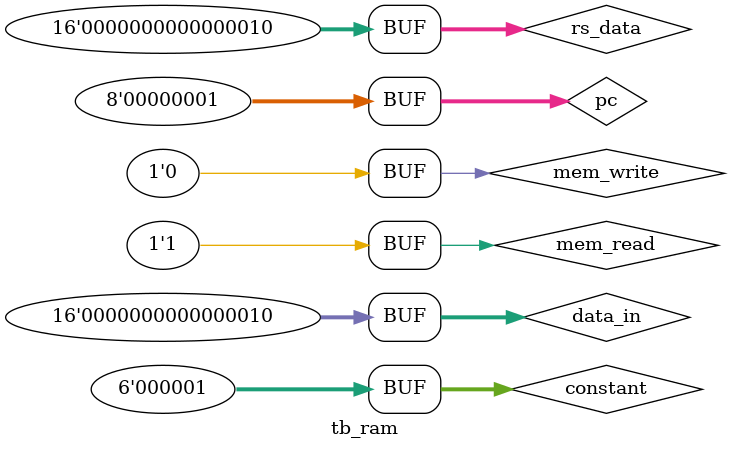
<source format=v>
`timescale 1ns / 1ps


module tb_ram;

	// Inputs
	reg [7:0] pc;
	reg mem_read;
	reg mem_write;
	reg [5:0] constant;
	reg [15:0] rs_data;
	reg [15:0] data_in;

	// Outputs
	wire [15:0] data_out;

	// Instantiate the Unit Under Test (UUT)
	RAM uut (
		.pc(pc), 
		.mem_read(mem_read), 
		.mem_write(mem_write), 
		.constant(constant), 
		.rs_data(rs_data), 
		.data_in(data_in), 
		.data_out(data_out)
	);

	initial begin
		// Initialize Inputs
		pc = 0;
		mem_read = 0;
		mem_write = 0;
		constant = 0;
		rs_data = 0;
		data_in = 0;

		// Wait 100 ns for global reset to finish
		#100;
		pc = 1;
		mem_read = 1;
		mem_write = 0;
		constant = 1;
		rs_data = 2;
		data_in = 2;
        
		// Add stimulus here

	end
      
endmodule


</source>
